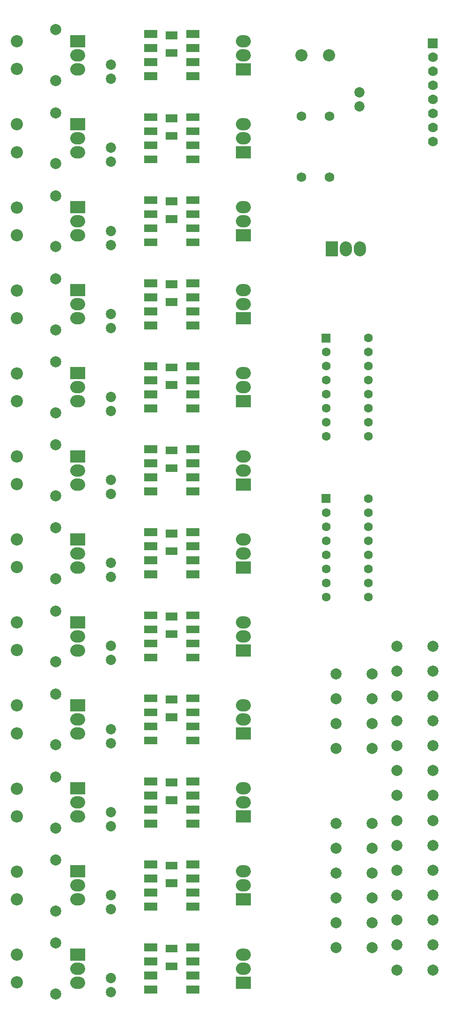
<source format=gbs>
G04 Layer: BottomSolderMaskLayer*
G04 EasyEDA v6.4.7, 2020-11-30T22:32:52--5:00*
G04 76768ecdb7b1411bbbfdaf268766b05e,f351316c249842cba096f2da4b91d990,10*
G04 Gerber Generator version 0.2*
G04 Scale: 100 percent, Rotated: No, Reflected: No *
G04 Dimensions in millimeters *
G04 leading zeros omitted , absolute positions ,3 integer and 3 decimal *
%FSLAX33Y33*%
%MOMM*%
G90*
D02*

%ADD37C,2.203196*%
%ADD38C,2.003196*%
%ADD41C,1.778000*%
%ADD42C,1.727200*%
%ADD43R,2.703195X2.203196*%
%ADD46C,1.854200*%
%ADD49C,1.600200*%

%LPD*%
G54D37*
G01X45500Y157500D02*
G01X46000Y157500D01*
G01X45500Y160040D02*
G01X46000Y160040D01*
G01X45500Y67499D02*
G01X46000Y67499D01*
G01X45500Y70039D02*
G01X46000Y70039D01*
G01X45500Y82499D02*
G01X46000Y82499D01*
G01X45500Y85039D02*
G01X46000Y85039D01*
G01X45500Y52499D02*
G01X46000Y52499D01*
G01X45500Y55039D02*
G01X46000Y55039D01*
G01X45500Y37500D02*
G01X46000Y37500D01*
G01X45500Y40040D02*
G01X46000Y40040D01*
G01X45500Y127500D02*
G01X46000Y127500D01*
G01X45500Y130040D02*
G01X46000Y130040D01*
G01X45500Y142500D02*
G01X46000Y142500D01*
G01X45500Y145040D02*
G01X46000Y145040D01*
G01X45500Y22500D02*
G01X46000Y22500D01*
G01X45500Y25040D02*
G01X46000Y25040D01*
G01X45500Y7500D02*
G01X46000Y7500D01*
G01X45500Y10040D02*
G01X46000Y10040D01*
G01X45500Y97499D02*
G01X46000Y97499D01*
G01X45500Y100039D02*
G01X46000Y100039D01*
G01X45500Y112500D02*
G01X46000Y112500D01*
G01X45500Y115040D02*
G01X46000Y115040D01*
G01X64249Y137750D02*
G01X64249Y137250D01*
G01X66789Y137750D02*
G01X66789Y137250D01*
G01X16000Y154960D02*
G01X15500Y154960D01*
G01X16000Y157500D02*
G01X15500Y157500D01*
G01X16000Y64959D02*
G01X15500Y64959D01*
G01X16000Y67499D02*
G01X15500Y67499D01*
G01X16000Y79959D02*
G01X15500Y79959D01*
G01X16000Y82499D02*
G01X15500Y82499D01*
G01X16000Y49959D02*
G01X15500Y49959D01*
G01X16000Y52499D02*
G01X15500Y52499D01*
G01X16000Y34960D02*
G01X15500Y34960D01*
G01X16000Y37500D02*
G01X15500Y37500D01*
G01X16000Y124960D02*
G01X15500Y124960D01*
G01X16000Y127500D02*
G01X15500Y127500D01*
G01X16000Y139960D02*
G01X15500Y139960D01*
G01X16000Y142500D02*
G01X15500Y142500D01*
G01X16000Y19960D02*
G01X15500Y19960D01*
G01X16000Y22500D02*
G01X15500Y22500D01*
G01X16000Y4960D02*
G01X15500Y4960D01*
G01X16000Y7500D02*
G01X15500Y7500D01*
G01X16000Y94959D02*
G01X15500Y94959D01*
G01X16000Y97499D02*
G01X15500Y97499D01*
G01X16000Y109960D02*
G01X15500Y109960D01*
G01X16000Y112500D02*
G01X15500Y112500D01*
G01X45500Y172499D02*
G01X46000Y172499D01*
G01X45500Y175039D02*
G01X46000Y175039D01*
G01X16000Y169959D02*
G01X15500Y169959D01*
G01X16000Y172499D02*
G01X15500Y172499D01*
G36*
G01X31698Y175399D02*
G01X31698Y176801D01*
G01X33801Y176801D01*
G01X33801Y175399D01*
G01X31698Y175399D01*
G37*
G36*
G01X31698Y172199D02*
G01X31698Y173601D01*
G01X33801Y173601D01*
G01X33801Y172199D01*
G01X31698Y172199D01*
G37*
G36*
G01X31698Y160398D02*
G01X31698Y161800D01*
G01X33801Y161800D01*
G01X33801Y160398D01*
G01X31698Y160398D01*
G37*
G36*
G01X31698Y157198D02*
G01X31698Y158602D01*
G01X33801Y158602D01*
G01X33801Y157198D01*
G01X31698Y157198D01*
G37*
G36*
G01X31698Y70398D02*
G01X31698Y71800D01*
G01X33801Y71800D01*
G01X33801Y70398D01*
G01X31698Y70398D01*
G37*
G36*
G01X31698Y67198D02*
G01X31698Y68600D01*
G01X33801Y68600D01*
G01X33801Y67198D01*
G01X31698Y67198D01*
G37*
G36*
G01X31698Y85397D02*
G01X31698Y86801D01*
G01X33801Y86801D01*
G01X33801Y85397D01*
G01X31698Y85397D01*
G37*
G36*
G01X31698Y82199D02*
G01X31698Y83601D01*
G01X33801Y83601D01*
G01X33801Y82199D01*
G01X31698Y82199D01*
G37*
G36*
G01X31698Y55397D02*
G01X31698Y56801D01*
G01X33801Y56801D01*
G01X33801Y55397D01*
G01X31698Y55397D01*
G37*
G36*
G01X31698Y52199D02*
G01X31698Y53601D01*
G01X33801Y53601D01*
G01X33801Y52199D01*
G01X31698Y52199D01*
G37*
G36*
G01X31698Y40398D02*
G01X31698Y41800D01*
G01X33801Y41800D01*
G01X33801Y40398D01*
G01X31698Y40398D01*
G37*
G36*
G01X31698Y37198D02*
G01X31698Y38600D01*
G01X33801Y38600D01*
G01X33801Y37198D01*
G01X31698Y37198D01*
G37*
G36*
G01X31698Y130398D02*
G01X31698Y131800D01*
G01X33801Y131800D01*
G01X33801Y130398D01*
G01X31698Y130398D01*
G37*
G36*
G01X31698Y127198D02*
G01X31698Y128602D01*
G01X33801Y128602D01*
G01X33801Y127198D01*
G01X31698Y127198D01*
G37*
G36*
G01X31698Y145399D02*
G01X31698Y146801D01*
G01X33801Y146801D01*
G01X33801Y145399D01*
G01X31698Y145399D01*
G37*
G36*
G01X31698Y142199D02*
G01X31698Y143601D01*
G01X33801Y143601D01*
G01X33801Y142199D01*
G01X31698Y142199D01*
G37*
G36*
G01X31698Y25397D02*
G01X31698Y26802D01*
G01X33801Y26802D01*
G01X33801Y25397D01*
G01X31698Y25397D01*
G37*
G36*
G01X31698Y22199D02*
G01X31698Y23601D01*
G01X33801Y23601D01*
G01X33801Y22199D01*
G01X31698Y22199D01*
G37*
G36*
G01X31698Y10398D02*
G01X31698Y11800D01*
G01X33801Y11800D01*
G01X33801Y10398D01*
G01X31698Y10398D01*
G37*
G36*
G01X31698Y7198D02*
G01X31698Y8600D01*
G01X33801Y8600D01*
G01X33801Y7198D01*
G01X31698Y7198D01*
G37*
G36*
G01X31698Y100398D02*
G01X31698Y101800D01*
G01X33801Y101800D01*
G01X33801Y100398D01*
G01X31698Y100398D01*
G37*
G36*
G01X31698Y97198D02*
G01X31698Y98602D01*
G01X33801Y98602D01*
G01X33801Y97198D01*
G01X31698Y97198D01*
G37*
G36*
G01X31698Y115397D02*
G01X31698Y116801D01*
G01X33801Y116801D01*
G01X33801Y115397D01*
G01X31698Y115397D01*
G37*
G36*
G01X31698Y112199D02*
G01X31698Y113601D01*
G01X33801Y113601D01*
G01X33801Y112199D01*
G01X31698Y112199D01*
G37*
G54D38*
G01X80001Y61249D03*
G01X80001Y65750D03*
G01X73498Y61249D03*
G01X73498Y65750D03*
G01X69001Y56249D03*
G01X69001Y60750D03*
G01X62498Y56249D03*
G01X62498Y60750D03*
G01X80001Y25249D03*
G01X80001Y29750D03*
G01X73498Y25249D03*
G01X73498Y29750D03*
G01X69001Y29249D03*
G01X69001Y33750D03*
G01X62498Y29249D03*
G01X62498Y33750D03*
G01X69001Y20249D03*
G01X69001Y24750D03*
G01X62498Y20249D03*
G01X62498Y24750D03*
G01X80001Y16249D03*
G01X80001Y20750D03*
G01X73498Y16249D03*
G01X73498Y20750D03*
G01X69001Y47249D03*
G01X69001Y51750D03*
G01X62498Y47249D03*
G01X62498Y51750D03*
G01X80001Y52249D03*
G01X80001Y56750D03*
G01X73498Y52249D03*
G01X73498Y56750D03*
G01X69001Y11249D03*
G01X69001Y15750D03*
G01X62498Y11249D03*
G01X62498Y15750D03*
G01X80001Y7249D03*
G01X80001Y11750D03*
G01X73498Y7249D03*
G01X73498Y11750D03*
G01X80001Y34249D03*
G01X80001Y38750D03*
G01X73498Y34249D03*
G01X73498Y38750D03*
G01X80001Y43249D03*
G01X80001Y47750D03*
G01X73498Y43249D03*
G01X73498Y47750D03*
G36*
G01X79110Y173771D02*
G01X79110Y175549D01*
G01X80888Y175549D01*
G01X80888Y173771D01*
G01X79110Y173771D01*
G37*
G54D41*
G01X79999Y172120D03*
G01X79999Y169580D03*
G01X79999Y167040D03*
G01X79999Y164500D03*
G01X79999Y161960D03*
G01X79999Y159420D03*
G01X79999Y156880D03*
G54D42*
G01X56210Y161500D03*
G01X61290Y161500D03*
G01X56210Y150500D03*
G01X61290Y150500D03*
G54D37*
G01X56245Y172499D03*
G01X61254Y172499D03*
G36*
G01X44398Y153857D02*
G01X44398Y156062D01*
G01X47101Y156062D01*
G01X47101Y153857D01*
G01X44398Y153857D01*
G37*
G36*
G01X44398Y63858D02*
G01X44398Y66062D01*
G01X47101Y66062D01*
G01X47101Y63858D01*
G01X44398Y63858D01*
G37*
G54D43*
G01X45750Y79959D03*
G01X45750Y49959D03*
G36*
G01X44398Y33858D02*
G01X44398Y36062D01*
G01X47101Y36062D01*
G01X47101Y33858D01*
G01X44398Y33858D01*
G37*
G36*
G01X44398Y123857D02*
G01X44398Y126062D01*
G01X47101Y126062D01*
G01X47101Y123857D01*
G01X44398Y123857D01*
G37*
G36*
G01X44398Y138856D02*
G01X44398Y141061D01*
G01X47101Y141061D01*
G01X47101Y138856D01*
G01X44398Y138856D01*
G37*
G01X45750Y19960D03*
G36*
G01X44398Y3858D02*
G01X44398Y6062D01*
G01X47101Y6062D01*
G01X47101Y3858D01*
G01X44398Y3858D01*
G37*
G36*
G01X44398Y93858D02*
G01X44398Y96062D01*
G01X47101Y96062D01*
G01X47101Y93858D01*
G01X44398Y93858D01*
G37*
G01X45750Y109960D03*
G36*
G01X60608Y136149D02*
G01X60608Y138851D01*
G01X62813Y138851D01*
G01X62813Y136149D01*
G01X60608Y136149D01*
G37*
G36*
G01X14398Y158937D02*
G01X14398Y161142D01*
G01X17101Y161142D01*
G01X17101Y158937D01*
G01X14398Y158937D01*
G37*
G36*
G01X14398Y68938D02*
G01X14398Y71142D01*
G01X17101Y71142D01*
G01X17101Y68938D01*
G01X14398Y68938D01*
G37*
G36*
G01X14398Y83936D02*
G01X14398Y86141D01*
G01X17101Y86141D01*
G01X17101Y83936D01*
G01X14398Y83936D01*
G37*
G36*
G01X14398Y53936D02*
G01X14398Y56141D01*
G01X17101Y56141D01*
G01X17101Y53936D01*
G01X14398Y53936D01*
G37*
G36*
G01X14398Y38938D02*
G01X14398Y41142D01*
G01X17101Y41142D01*
G01X17101Y38938D01*
G01X14398Y38938D01*
G37*
G36*
G01X14398Y128937D02*
G01X14398Y131142D01*
G01X17101Y131142D01*
G01X17101Y128937D01*
G01X14398Y128937D01*
G37*
G36*
G01X14398Y143936D02*
G01X14398Y146141D01*
G01X17101Y146141D01*
G01X17101Y143936D01*
G01X14398Y143936D01*
G37*
G36*
G01X14398Y23936D02*
G01X14398Y26141D01*
G01X17101Y26141D01*
G01X17101Y23936D01*
G01X14398Y23936D01*
G37*
G36*
G01X14398Y8938D02*
G01X14398Y11142D01*
G01X17101Y11142D01*
G01X17101Y8938D01*
G01X14398Y8938D01*
G37*
G36*
G01X14398Y98938D02*
G01X14398Y101142D01*
G01X17101Y101142D01*
G01X17101Y98938D01*
G01X14398Y98938D01*
G37*
G36*
G01X14398Y113936D02*
G01X14398Y116141D01*
G01X17101Y116141D01*
G01X17101Y113936D01*
G01X14398Y113936D01*
G37*
G36*
G01X27748Y160601D02*
G01X27748Y162016D01*
G01X30131Y162016D01*
G01X30131Y160601D01*
G01X27748Y160601D01*
G37*
G36*
G01X27748Y158061D02*
G01X27748Y159476D01*
G01X30131Y159476D01*
G01X30131Y158061D01*
G01X27748Y158061D01*
G37*
G36*
G01X35368Y158061D02*
G01X35368Y159476D01*
G01X37751Y159476D01*
G01X37751Y158061D01*
G01X35368Y158061D01*
G37*
G36*
G01X35368Y160601D02*
G01X35368Y162016D01*
G01X37751Y162016D01*
G01X37751Y160601D01*
G01X35368Y160601D01*
G37*
G36*
G01X27748Y155521D02*
G01X27748Y156936D01*
G01X30131Y156936D01*
G01X30131Y155521D01*
G01X27748Y155521D01*
G37*
G36*
G01X27748Y152981D02*
G01X27748Y154396D01*
G01X30131Y154396D01*
G01X30131Y152981D01*
G01X27748Y152981D01*
G37*
G36*
G01X35368Y155521D02*
G01X35368Y156936D01*
G01X37751Y156936D01*
G01X37751Y155521D01*
G01X35368Y155521D01*
G37*
G36*
G01X35368Y152981D02*
G01X35368Y154396D01*
G01X37751Y154396D01*
G01X37751Y152981D01*
G01X35368Y152981D01*
G37*
G36*
G01X27748Y70601D02*
G01X27748Y72016D01*
G01X30131Y72016D01*
G01X30131Y70601D01*
G01X27748Y70601D01*
G37*
G36*
G01X27748Y68061D02*
G01X27748Y69476D01*
G01X30131Y69476D01*
G01X30131Y68061D01*
G01X27748Y68061D01*
G37*
G36*
G01X35368Y68061D02*
G01X35368Y69476D01*
G01X37751Y69476D01*
G01X37751Y68061D01*
G01X35368Y68061D01*
G37*
G36*
G01X35368Y70601D02*
G01X35368Y72016D01*
G01X37751Y72016D01*
G01X37751Y70601D01*
G01X35368Y70601D01*
G37*
G36*
G01X27748Y65521D02*
G01X27748Y66936D01*
G01X30131Y66936D01*
G01X30131Y65521D01*
G01X27748Y65521D01*
G37*
G36*
G01X27748Y62981D02*
G01X27748Y64396D01*
G01X30131Y64396D01*
G01X30131Y62981D01*
G01X27748Y62981D01*
G37*
G36*
G01X35368Y65521D02*
G01X35368Y66936D01*
G01X37751Y66936D01*
G01X37751Y65521D01*
G01X35368Y65521D01*
G37*
G36*
G01X35368Y62981D02*
G01X35368Y64396D01*
G01X37751Y64396D01*
G01X37751Y62981D01*
G01X35368Y62981D01*
G37*
G36*
G01X27748Y85603D02*
G01X27748Y87017D01*
G01X30131Y87017D01*
G01X30131Y85603D01*
G01X27748Y85603D01*
G37*
G36*
G01X27748Y83063D02*
G01X27748Y84477D01*
G01X30131Y84477D01*
G01X30131Y83063D01*
G01X27748Y83063D01*
G37*
G36*
G01X35368Y83063D02*
G01X35368Y84477D01*
G01X37751Y84477D01*
G01X37751Y83063D01*
G01X35368Y83063D01*
G37*
G36*
G01X35368Y85603D02*
G01X35368Y87017D01*
G01X37751Y87017D01*
G01X37751Y85603D01*
G01X35368Y85603D01*
G37*
G36*
G01X27748Y80523D02*
G01X27748Y81937D01*
G01X30131Y81937D01*
G01X30131Y80523D01*
G01X27748Y80523D01*
G37*
G36*
G01X27748Y77983D02*
G01X27748Y79397D01*
G01X30131Y79397D01*
G01X30131Y77983D01*
G01X27748Y77983D01*
G37*
G36*
G01X35368Y80523D02*
G01X35368Y81937D01*
G01X37751Y81937D01*
G01X37751Y80523D01*
G01X35368Y80523D01*
G37*
G36*
G01X35368Y77983D02*
G01X35368Y79397D01*
G01X37751Y79397D01*
G01X37751Y77983D01*
G01X35368Y77983D01*
G37*
G36*
G01X27748Y55603D02*
G01X27748Y57017D01*
G01X30131Y57017D01*
G01X30131Y55603D01*
G01X27748Y55603D01*
G37*
G36*
G01X27748Y53063D02*
G01X27748Y54477D01*
G01X30131Y54477D01*
G01X30131Y53063D01*
G01X27748Y53063D01*
G37*
G36*
G01X35368Y53063D02*
G01X35368Y54477D01*
G01X37751Y54477D01*
G01X37751Y53063D01*
G01X35368Y53063D01*
G37*
G36*
G01X35368Y55603D02*
G01X35368Y57017D01*
G01X37751Y57017D01*
G01X37751Y55603D01*
G01X35368Y55603D01*
G37*
G36*
G01X27748Y50523D02*
G01X27748Y51937D01*
G01X30131Y51937D01*
G01X30131Y50523D01*
G01X27748Y50523D01*
G37*
G36*
G01X27748Y47983D02*
G01X27748Y49397D01*
G01X30131Y49397D01*
G01X30131Y47983D01*
G01X27748Y47983D01*
G37*
G36*
G01X35368Y50523D02*
G01X35368Y51937D01*
G01X37751Y51937D01*
G01X37751Y50523D01*
G01X35368Y50523D01*
G37*
G36*
G01X35368Y47983D02*
G01X35368Y49397D01*
G01X37751Y49397D01*
G01X37751Y47983D01*
G01X35368Y47983D01*
G37*
G36*
G01X27748Y40601D02*
G01X27748Y42016D01*
G01X30131Y42016D01*
G01X30131Y40601D01*
G01X27748Y40601D01*
G37*
G36*
G01X27748Y38061D02*
G01X27748Y39476D01*
G01X30131Y39476D01*
G01X30131Y38061D01*
G01X27748Y38061D01*
G37*
G36*
G01X35368Y38061D02*
G01X35368Y39476D01*
G01X37751Y39476D01*
G01X37751Y38061D01*
G01X35368Y38061D01*
G37*
G36*
G01X35368Y40601D02*
G01X35368Y42016D01*
G01X37751Y42016D01*
G01X37751Y40601D01*
G01X35368Y40601D01*
G37*
G36*
G01X27748Y35521D02*
G01X27748Y36936D01*
G01X30131Y36936D01*
G01X30131Y35521D01*
G01X27748Y35521D01*
G37*
G36*
G01X27748Y32981D02*
G01X27748Y34396D01*
G01X30131Y34396D01*
G01X30131Y32981D01*
G01X27748Y32981D01*
G37*
G36*
G01X35368Y35521D02*
G01X35368Y36936D01*
G01X37751Y36936D01*
G01X37751Y35521D01*
G01X35368Y35521D01*
G37*
G36*
G01X35368Y32981D02*
G01X35368Y34396D01*
G01X37751Y34396D01*
G01X37751Y32981D01*
G01X35368Y32981D01*
G37*
G36*
G01X27748Y130601D02*
G01X27748Y132016D01*
G01X30131Y132016D01*
G01X30131Y130601D01*
G01X27748Y130601D01*
G37*
G36*
G01X27748Y128061D02*
G01X27748Y129476D01*
G01X30131Y129476D01*
G01X30131Y128061D01*
G01X27748Y128061D01*
G37*
G36*
G01X35368Y128061D02*
G01X35368Y129476D01*
G01X37751Y129476D01*
G01X37751Y128061D01*
G01X35368Y128061D01*
G37*
G36*
G01X35368Y130601D02*
G01X35368Y132016D01*
G01X37751Y132016D01*
G01X37751Y130601D01*
G01X35368Y130601D01*
G37*
G36*
G01X27748Y125521D02*
G01X27748Y126936D01*
G01X30131Y126936D01*
G01X30131Y125521D01*
G01X27748Y125521D01*
G37*
G36*
G01X27748Y122981D02*
G01X27748Y124396D01*
G01X30131Y124396D01*
G01X30131Y122981D01*
G01X27748Y122981D01*
G37*
G36*
G01X35368Y125521D02*
G01X35368Y126936D01*
G01X37751Y126936D01*
G01X37751Y125521D01*
G01X35368Y125521D01*
G37*
G36*
G01X35368Y122981D02*
G01X35368Y124396D01*
G01X37751Y124396D01*
G01X37751Y122981D01*
G01X35368Y122981D01*
G37*
G36*
G01X27748Y145602D02*
G01X27748Y147017D01*
G01X30131Y147017D01*
G01X30131Y145602D01*
G01X27748Y145602D01*
G37*
G36*
G01X27748Y143062D02*
G01X27748Y144477D01*
G01X30131Y144477D01*
G01X30131Y143062D01*
G01X27748Y143062D01*
G37*
G36*
G01X35368Y143062D02*
G01X35368Y144477D01*
G01X37751Y144477D01*
G01X37751Y143062D01*
G01X35368Y143062D01*
G37*
G36*
G01X35368Y145602D02*
G01X35368Y147017D01*
G01X37751Y147017D01*
G01X37751Y145602D01*
G01X35368Y145602D01*
G37*
G36*
G01X27748Y140522D02*
G01X27748Y141937D01*
G01X30131Y141937D01*
G01X30131Y140522D01*
G01X27748Y140522D01*
G37*
G36*
G01X27748Y137982D02*
G01X27748Y139397D01*
G01X30131Y139397D01*
G01X30131Y137982D01*
G01X27748Y137982D01*
G37*
G36*
G01X35368Y140522D02*
G01X35368Y141937D01*
G01X37751Y141937D01*
G01X37751Y140522D01*
G01X35368Y140522D01*
G37*
G36*
G01X35368Y137982D02*
G01X35368Y139397D01*
G01X37751Y139397D01*
G01X37751Y137982D01*
G01X35368Y137982D01*
G37*
G36*
G01X27748Y25603D02*
G01X27748Y27017D01*
G01X30131Y27017D01*
G01X30131Y25603D01*
G01X27748Y25603D01*
G37*
G36*
G01X27748Y23063D02*
G01X27748Y24477D01*
G01X30131Y24477D01*
G01X30131Y23063D01*
G01X27748Y23063D01*
G37*
G36*
G01X35368Y23063D02*
G01X35368Y24477D01*
G01X37751Y24477D01*
G01X37751Y23063D01*
G01X35368Y23063D01*
G37*
G36*
G01X35368Y25603D02*
G01X35368Y27017D01*
G01X37751Y27017D01*
G01X37751Y25603D01*
G01X35368Y25603D01*
G37*
G36*
G01X27748Y20523D02*
G01X27748Y21937D01*
G01X30131Y21937D01*
G01X30131Y20523D01*
G01X27748Y20523D01*
G37*
G36*
G01X27748Y17983D02*
G01X27748Y19397D01*
G01X30131Y19397D01*
G01X30131Y17983D01*
G01X27748Y17983D01*
G37*
G36*
G01X35368Y20523D02*
G01X35368Y21937D01*
G01X37751Y21937D01*
G01X37751Y20523D01*
G01X35368Y20523D01*
G37*
G36*
G01X35368Y17983D02*
G01X35368Y19397D01*
G01X37751Y19397D01*
G01X37751Y17983D01*
G01X35368Y17983D01*
G37*
G36*
G01X27748Y10601D02*
G01X27748Y12016D01*
G01X30131Y12016D01*
G01X30131Y10601D01*
G01X27748Y10601D01*
G37*
G36*
G01X27748Y8061D02*
G01X27748Y9476D01*
G01X30131Y9476D01*
G01X30131Y8061D01*
G01X27748Y8061D01*
G37*
G36*
G01X35368Y8061D02*
G01X35368Y9476D01*
G01X37751Y9476D01*
G01X37751Y8061D01*
G01X35368Y8061D01*
G37*
G36*
G01X35368Y10601D02*
G01X35368Y12016D01*
G01X37751Y12016D01*
G01X37751Y10601D01*
G01X35368Y10601D01*
G37*
G36*
G01X27748Y5521D02*
G01X27748Y6936D01*
G01X30131Y6936D01*
G01X30131Y5521D01*
G01X27748Y5521D01*
G37*
G36*
G01X27748Y2981D02*
G01X27748Y4396D01*
G01X30131Y4396D01*
G01X30131Y2981D01*
G01X27748Y2981D01*
G37*
G36*
G01X35368Y5521D02*
G01X35368Y6936D01*
G01X37751Y6936D01*
G01X37751Y5521D01*
G01X35368Y5521D01*
G37*
G36*
G01X35368Y2981D02*
G01X35368Y4396D01*
G01X37751Y4396D01*
G01X37751Y2981D01*
G01X35368Y2981D01*
G37*
G36*
G01X27748Y100601D02*
G01X27748Y102016D01*
G01X30131Y102016D01*
G01X30131Y100601D01*
G01X27748Y100601D01*
G37*
G36*
G01X27748Y98061D02*
G01X27748Y99476D01*
G01X30131Y99476D01*
G01X30131Y98061D01*
G01X27748Y98061D01*
G37*
G36*
G01X35368Y98061D02*
G01X35368Y99476D01*
G01X37751Y99476D01*
G01X37751Y98061D01*
G01X35368Y98061D01*
G37*
G36*
G01X35368Y100601D02*
G01X35368Y102016D01*
G01X37751Y102016D01*
G01X37751Y100601D01*
G01X35368Y100601D01*
G37*
G36*
G01X27748Y95521D02*
G01X27748Y96936D01*
G01X30131Y96936D01*
G01X30131Y95521D01*
G01X27748Y95521D01*
G37*
G36*
G01X27748Y92981D02*
G01X27748Y94396D01*
G01X30131Y94396D01*
G01X30131Y92981D01*
G01X27748Y92981D01*
G37*
G36*
G01X35368Y95521D02*
G01X35368Y96936D01*
G01X37751Y96936D01*
G01X37751Y95521D01*
G01X35368Y95521D01*
G37*
G36*
G01X35368Y92981D02*
G01X35368Y94396D01*
G01X37751Y94396D01*
G01X37751Y92981D01*
G01X35368Y92981D01*
G37*
G36*
G01X27748Y115602D02*
G01X27748Y117017D01*
G01X30131Y117017D01*
G01X30131Y115602D01*
G01X27748Y115602D01*
G37*
G36*
G01X27748Y113062D02*
G01X27748Y114477D01*
G01X30131Y114477D01*
G01X30131Y113062D01*
G01X27748Y113062D01*
G37*
G36*
G01X35368Y113062D02*
G01X35368Y114477D01*
G01X37751Y114477D01*
G01X37751Y113062D01*
G01X35368Y113062D01*
G37*
G36*
G01X35368Y115602D02*
G01X35368Y117017D01*
G01X37751Y117017D01*
G01X37751Y115602D01*
G01X35368Y115602D01*
G37*
G36*
G01X27748Y110522D02*
G01X27748Y111937D01*
G01X30131Y111937D01*
G01X30131Y110522D01*
G01X27748Y110522D01*
G37*
G36*
G01X27748Y107982D02*
G01X27748Y109397D01*
G01X30131Y109397D01*
G01X30131Y107982D01*
G01X27748Y107982D01*
G37*
G36*
G01X35368Y110522D02*
G01X35368Y111937D01*
G01X37751Y111937D01*
G01X37751Y110522D01*
G01X35368Y110522D01*
G37*
G36*
G01X35368Y107982D02*
G01X35368Y109397D01*
G01X37751Y109397D01*
G01X37751Y107982D01*
G01X35368Y107982D01*
G37*
G36*
G01X27748Y175602D02*
G01X27748Y177017D01*
G01X30131Y177017D01*
G01X30131Y175602D01*
G01X27748Y175602D01*
G37*
G36*
G01X27748Y173062D02*
G01X27748Y174477D01*
G01X30131Y174477D01*
G01X30131Y173062D01*
G01X27748Y173062D01*
G37*
G36*
G01X35368Y173062D02*
G01X35368Y174477D01*
G01X37751Y174477D01*
G01X37751Y173062D01*
G01X35368Y173062D01*
G37*
G36*
G01X35368Y175602D02*
G01X35368Y177017D01*
G01X37751Y177017D01*
G01X37751Y175602D01*
G01X35368Y175602D01*
G37*
G36*
G01X27748Y170522D02*
G01X27748Y171937D01*
G01X30131Y171937D01*
G01X30131Y170522D01*
G01X27748Y170522D01*
G37*
G36*
G01X27748Y167982D02*
G01X27748Y169397D01*
G01X30131Y169397D01*
G01X30131Y167982D01*
G01X27748Y167982D01*
G37*
G36*
G01X35368Y170522D02*
G01X35368Y171937D01*
G01X37751Y171937D01*
G01X37751Y170522D01*
G01X35368Y170522D01*
G37*
G36*
G01X35368Y167982D02*
G01X35368Y169397D01*
G01X37751Y169397D01*
G01X37751Y167982D01*
G01X35368Y167982D01*
G37*
G36*
G01X44398Y168856D02*
G01X44398Y171061D01*
G01X47101Y171061D01*
G01X47101Y168856D01*
G01X44398Y168856D01*
G37*
G36*
G01X14398Y173936D02*
G01X14398Y176141D01*
G01X17101Y176141D01*
G01X17101Y173936D01*
G01X14398Y173936D01*
G37*
G54D37*
G01X4750Y169995D03*
G01X4750Y175004D03*
G01X4750Y154995D03*
G01X4750Y160004D03*
G01X4750Y64995D03*
G01X4750Y70004D03*
G01X4750Y79995D03*
G01X4750Y85004D03*
G01X4750Y49995D03*
G01X4750Y55004D03*
G01X4750Y34995D03*
G01X4750Y40004D03*
G01X4750Y124995D03*
G01X4750Y130004D03*
G01X4750Y139995D03*
G01X4750Y145004D03*
G01X4750Y19995D03*
G01X4750Y25004D03*
G01X4750Y4995D03*
G01X4750Y10004D03*
G01X4750Y94995D03*
G01X4750Y100004D03*
G01X4750Y109995D03*
G01X4750Y115004D03*
G54D46*
G01X66750Y163230D03*
G01X66750Y165770D03*
G01X21750Y168229D03*
G01X21750Y170769D03*
G01X21750Y153230D03*
G01X21750Y155770D03*
G01X21750Y123230D03*
G01X21750Y125770D03*
G01X21750Y138230D03*
G01X21750Y140770D03*
G01X21750Y78229D03*
G01X21750Y80769D03*
G01X21750Y63229D03*
G01X21750Y65769D03*
G01X21750Y93229D03*
G01X21750Y95769D03*
G01X21750Y108230D03*
G01X21750Y110770D03*
G01X21750Y48229D03*
G01X21750Y50769D03*
G01X21750Y33230D03*
G01X21750Y35770D03*
G01X21750Y18230D03*
G01X21750Y20770D03*
G01X21750Y3230D03*
G01X21750Y5770D03*
G54D38*
G01X11750Y177099D03*
G01X11750Y167900D03*
G01X11750Y162099D03*
G01X11750Y152900D03*
G01X11750Y72099D03*
G01X11750Y62900D03*
G01X11750Y87099D03*
G01X11750Y77899D03*
G01X11750Y57099D03*
G01X11750Y47900D03*
G01X11750Y42099D03*
G01X11750Y32900D03*
G01X11750Y132100D03*
G01X11750Y122900D03*
G01X11750Y147099D03*
G01X11750Y137900D03*
G01X11750Y27099D03*
G01X11750Y17900D03*
G01X11750Y12100D03*
G01X11750Y2900D03*
G01X11750Y102099D03*
G01X11750Y92899D03*
G01X11750Y117100D03*
G01X11750Y107900D03*
G36*
G01X59889Y120588D02*
G01X59889Y122189D01*
G01X61490Y122189D01*
G01X61490Y120588D01*
G01X59889Y120588D01*
G37*
G54D49*
G01X60690Y118850D03*
G01X60690Y116310D03*
G01X60690Y113770D03*
G01X60690Y111230D03*
G01X60690Y108690D03*
G01X60690Y106150D03*
G01X60690Y103610D03*
G01X68310Y103610D03*
G01X68310Y106150D03*
G01X68310Y108690D03*
G01X68310Y111230D03*
G01X68310Y113770D03*
G01X68310Y116310D03*
G01X68310Y118850D03*
G01X68310Y121390D03*
G36*
G01X59889Y91589D02*
G01X59889Y93190D01*
G01X61490Y93190D01*
G01X61490Y91589D01*
G01X59889Y91589D01*
G37*
G01X60690Y89849D03*
G01X60690Y87309D03*
G01X60690Y84769D03*
G01X60690Y82229D03*
G01X60690Y79689D03*
G01X60690Y77149D03*
G01X60690Y74609D03*
G01X68310Y74609D03*
G01X68310Y77149D03*
G01X68310Y79689D03*
G01X68310Y82229D03*
G01X68310Y84769D03*
G01X68310Y87309D03*
G01X68310Y89849D03*
G01X68310Y92389D03*
M00*
M02*

</source>
